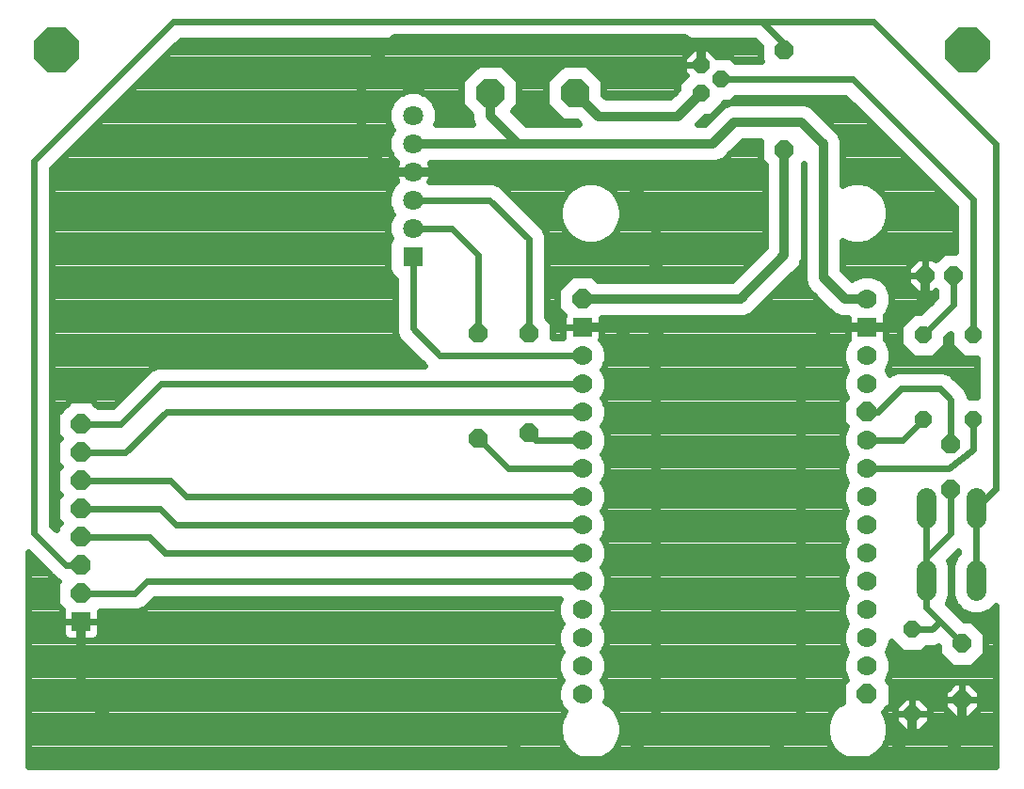
<source format=gbr>
G75*
%MOIN*%
%OFA0B0*%
%FSLAX25Y25*%
%IPPOS*%
%LPD*%
%AMOC8*
5,1,8,0,0,1.08239X$1,22.5*
%
%ADD10OC8,0.10000*%
%ADD11OC8,0.07000*%
%ADD12R,0.07000X0.07000*%
%ADD13OC8,0.06350*%
%ADD14C,0.07000*%
%ADD15C,0.07087*%
%ADD16R,0.07087X0.07087*%
%ADD17OC8,0.05906*%
%ADD18C,0.07150*%
%ADD19C,0.03200*%
%ADD20OC8,0.06600*%
%ADD21C,0.02400*%
%ADD22OC8,0.15748*%
D10*
X0193894Y0278991D03*
X0223894Y0278991D03*
D11*
X0226453Y0205927D03*
X0327241Y0165927D03*
X0327241Y0065927D03*
X0048934Y0101531D03*
X0048934Y0111531D03*
X0048934Y0121531D03*
X0048934Y0131531D03*
X0048934Y0141531D03*
X0048934Y0151531D03*
X0048934Y0161531D03*
D12*
X0048934Y0091531D03*
X0226453Y0195927D03*
X0327241Y0195927D03*
D13*
X0347910Y0214346D03*
X0357910Y0214346D03*
X0361020Y0083794D03*
X0361020Y0063794D03*
D14*
X0327241Y0075927D03*
X0327241Y0085927D03*
X0327241Y0095927D03*
X0327241Y0105927D03*
X0327241Y0115927D03*
X0327241Y0125927D03*
X0327241Y0135927D03*
X0327241Y0145927D03*
X0327241Y0155927D03*
X0327241Y0175927D03*
X0327241Y0185927D03*
X0327241Y0205927D03*
X0226453Y0185927D03*
X0226453Y0175927D03*
X0226453Y0165927D03*
X0226453Y0155927D03*
X0226453Y0145927D03*
X0226453Y0135927D03*
X0226453Y0125927D03*
X0226453Y0115927D03*
X0226453Y0105927D03*
X0226453Y0095927D03*
X0226453Y0085927D03*
X0226453Y0075927D03*
X0226453Y0065927D03*
D15*
X0166512Y0231078D03*
X0166512Y0241078D03*
X0166512Y0251078D03*
X0166512Y0261078D03*
X0166512Y0271078D03*
D16*
X0166512Y0221078D03*
D17*
X0268501Y0278794D03*
X0275607Y0283794D03*
X0268501Y0288794D03*
X0347241Y0193125D03*
X0364957Y0193125D03*
X0364957Y0163125D03*
X0347241Y0163125D03*
X0343304Y0088794D03*
X0343304Y0058794D03*
D18*
X0348183Y0102695D02*
X0348183Y0109845D01*
X0365983Y0109845D02*
X0365983Y0102695D01*
X0365983Y0128295D02*
X0365983Y0135445D01*
X0348183Y0135445D02*
X0348183Y0128295D01*
D19*
X0303934Y0185999D02*
X0303934Y0056078D01*
X0290154Y0042298D01*
X0240942Y0042298D01*
X0252753Y0054109D01*
X0252753Y0182062D01*
X0238888Y0195927D01*
X0226453Y0195927D01*
X0226453Y0205927D02*
X0282523Y0205927D01*
X0298028Y0221432D01*
X0298028Y0258834D01*
X0303934Y0268676D02*
X0311808Y0260802D01*
X0311808Y0213558D01*
X0319439Y0205927D01*
X0327241Y0205927D01*
X0327241Y0195927D02*
X0327326Y0195842D01*
X0313776Y0195842D01*
X0313691Y0195927D01*
X0313776Y0195842D02*
X0303934Y0185999D01*
X0327326Y0195842D02*
X0337398Y0195842D01*
X0347910Y0206353D01*
X0347910Y0214346D01*
X0303934Y0268676D02*
X0280312Y0268676D01*
X0272713Y0261078D01*
X0203658Y0261078D01*
X0193894Y0270842D01*
X0193894Y0278991D01*
X0203658Y0261078D02*
X0166512Y0261078D01*
X0166512Y0251078D02*
X0158146Y0251078D01*
X0148422Y0260802D01*
X0148422Y0286393D01*
X0160233Y0298204D01*
X0262595Y0298204D01*
X0268501Y0294267D01*
X0268501Y0288794D01*
X0268501Y0278794D02*
X0260351Y0270645D01*
X0232241Y0270645D01*
X0223894Y0278991D01*
X0238855Y0251078D02*
X0252753Y0237180D01*
X0252753Y0215527D01*
X0252753Y0195927D02*
X0252753Y0182062D01*
X0238855Y0251078D02*
X0166512Y0251078D01*
X0048934Y0091531D02*
X0048934Y0066983D01*
X0059839Y0056078D01*
X0193698Y0056078D01*
X0207477Y0042298D01*
X0240942Y0042298D01*
X0290154Y0042298D02*
X0333461Y0042298D01*
X0343304Y0052141D01*
X0343304Y0058794D01*
X0361020Y0063794D02*
X0361020Y0050172D01*
X0353146Y0042298D01*
X0333461Y0042298D01*
D20*
X0357083Y0138755D03*
X0357083Y0154503D03*
X0252753Y0195927D03*
X0252753Y0215527D03*
X0207477Y0193873D03*
X0189760Y0193873D03*
X0207477Y0158440D03*
X0189760Y0156472D03*
X0298028Y0258834D03*
X0298028Y0294267D03*
D21*
X0030106Y0116130D02*
X0030106Y0040124D01*
X0373037Y0040124D01*
X0373037Y0097339D01*
X0370954Y0095256D01*
X0367729Y0093920D01*
X0364238Y0093920D01*
X0361013Y0095256D01*
X0358544Y0097725D01*
X0357209Y0100950D01*
X0357209Y0111590D01*
X0358544Y0114815D01*
X0359583Y0115854D01*
X0359583Y0116456D01*
X0356302Y0113175D01*
X0356958Y0111590D01*
X0356958Y0100950D01*
X0355774Y0098091D01*
X0356850Y0097015D01*
X0358651Y0095215D01*
X0361697Y0092169D01*
X0364489Y0092169D01*
X0369395Y0087263D01*
X0369395Y0080325D01*
X0364489Y0075420D01*
X0357551Y0075420D01*
X0352646Y0080325D01*
X0352646Y0082785D01*
X0351703Y0082394D01*
X0348434Y0082394D01*
X0346681Y0080642D01*
X0339927Y0080642D01*
X0335941Y0084628D01*
X0335941Y0084196D01*
X0334616Y0080998D01*
X0334544Y0080927D01*
X0334616Y0080855D01*
X0335941Y0077657D01*
X0335941Y0074196D01*
X0334616Y0070998D01*
X0334544Y0070927D01*
X0335941Y0069530D01*
X0335941Y0062323D01*
X0333153Y0059535D01*
X0334243Y0057648D01*
X0335000Y0054823D01*
X0335000Y0051899D01*
X0334243Y0049075D01*
X0332781Y0046542D01*
X0330713Y0044475D01*
X0328181Y0043013D01*
X0325356Y0042256D01*
X0322432Y0042256D01*
X0319608Y0043013D01*
X0317075Y0044475D01*
X0315008Y0046542D01*
X0313546Y0049075D01*
X0312789Y0051899D01*
X0312789Y0054823D01*
X0313546Y0057648D01*
X0315008Y0060180D01*
X0317075Y0062248D01*
X0318541Y0063094D01*
X0318541Y0069530D01*
X0319937Y0070927D01*
X0319865Y0070998D01*
X0318541Y0074196D01*
X0318541Y0077657D01*
X0319865Y0080855D01*
X0319937Y0080927D01*
X0319865Y0080998D01*
X0318541Y0084196D01*
X0318541Y0087657D01*
X0319865Y0090855D01*
X0319937Y0090927D01*
X0319865Y0090998D01*
X0318541Y0094196D01*
X0318541Y0097657D01*
X0319865Y0100855D01*
X0319937Y0100927D01*
X0319865Y0100998D01*
X0318541Y0104196D01*
X0318541Y0107657D01*
X0319865Y0110855D01*
X0319937Y0110927D01*
X0319865Y0110998D01*
X0318541Y0114196D01*
X0318541Y0117657D01*
X0319865Y0120855D01*
X0319937Y0120927D01*
X0319865Y0120998D01*
X0318541Y0124196D01*
X0318541Y0127657D01*
X0319865Y0130855D01*
X0319937Y0130927D01*
X0319865Y0130998D01*
X0318541Y0134196D01*
X0318541Y0137657D01*
X0319865Y0140855D01*
X0319937Y0140927D01*
X0319865Y0140998D01*
X0318541Y0144196D01*
X0318541Y0147657D01*
X0319865Y0150855D01*
X0319937Y0150927D01*
X0319865Y0150998D01*
X0318541Y0154196D01*
X0318541Y0157657D01*
X0319865Y0160855D01*
X0319937Y0160927D01*
X0318541Y0162323D01*
X0318541Y0169530D01*
X0319937Y0170927D01*
X0319865Y0170998D01*
X0318541Y0174196D01*
X0318541Y0177657D01*
X0319865Y0180855D01*
X0319937Y0180927D01*
X0319865Y0180998D01*
X0318541Y0184196D01*
X0318541Y0187657D01*
X0319865Y0190855D01*
X0320637Y0191627D01*
X0320541Y0192111D01*
X0320541Y0195927D01*
X0327241Y0195927D01*
X0333941Y0195927D01*
X0333941Y0199742D01*
X0333844Y0200227D01*
X0334616Y0200998D01*
X0335941Y0204196D01*
X0335941Y0207657D01*
X0334616Y0210855D01*
X0332169Y0213302D01*
X0328971Y0214627D01*
X0325510Y0214627D01*
X0322313Y0213302D01*
X0321997Y0212986D01*
X0318608Y0216375D01*
X0318608Y0226661D01*
X0319608Y0226083D01*
X0322432Y0225327D01*
X0325356Y0225327D01*
X0328181Y0226083D01*
X0330713Y0227546D01*
X0332781Y0229613D01*
X0334243Y0232146D01*
X0335000Y0234970D01*
X0335000Y0237894D01*
X0334243Y0240719D01*
X0332781Y0243251D01*
X0330713Y0245319D01*
X0328181Y0246781D01*
X0325356Y0247538D01*
X0322432Y0247538D01*
X0319608Y0246781D01*
X0318608Y0246203D01*
X0318608Y0262155D01*
X0317572Y0264654D01*
X0315660Y0266567D01*
X0315660Y0266567D01*
X0309698Y0272528D01*
X0307786Y0274441D01*
X0305286Y0275476D01*
X0278959Y0275476D01*
X0276460Y0274441D01*
X0274547Y0272528D01*
X0269897Y0267878D01*
X0267201Y0267878D01*
X0269965Y0270642D01*
X0271878Y0270642D01*
X0276653Y0275417D01*
X0276653Y0275642D01*
X0278984Y0275642D01*
X0280737Y0277394D01*
X0319629Y0277394D01*
X0358557Y0238466D01*
X0358557Y0222720D01*
X0354441Y0222720D01*
X0351496Y0219775D01*
X0350551Y0220720D01*
X0347910Y0220720D01*
X0345270Y0220720D01*
X0341535Y0216986D01*
X0341535Y0214346D01*
X0347910Y0214346D01*
X0347910Y0220720D01*
X0347910Y0214346D01*
X0347910Y0214346D01*
X0347910Y0214345D01*
X0347910Y0214345D01*
X0347910Y0207971D01*
X0345270Y0207971D01*
X0341535Y0211705D01*
X0341535Y0214345D01*
X0347910Y0214345D01*
X0347910Y0207971D01*
X0350551Y0207971D01*
X0351496Y0208916D01*
X0351510Y0208902D01*
X0351510Y0206445D01*
X0346343Y0201278D01*
X0343864Y0201278D01*
X0339088Y0196502D01*
X0339088Y0189748D01*
X0343864Y0184972D01*
X0350618Y0184972D01*
X0355394Y0189748D01*
X0355394Y0192227D01*
X0356805Y0193638D01*
X0356805Y0189748D01*
X0361580Y0184972D01*
X0366431Y0184972D01*
X0366431Y0171278D01*
X0363483Y0171278D01*
X0363483Y0171524D01*
X0362509Y0173876D01*
X0358572Y0177813D01*
X0356772Y0179614D01*
X0354419Y0180588D01*
X0338094Y0180588D01*
X0335741Y0179614D01*
X0335309Y0179182D01*
X0334616Y0180855D01*
X0334544Y0180927D01*
X0334616Y0180998D01*
X0335941Y0184196D01*
X0335941Y0187657D01*
X0334616Y0190855D01*
X0333844Y0191627D01*
X0333941Y0192111D01*
X0333941Y0195927D01*
X0327241Y0195927D01*
X0327241Y0195927D01*
X0327241Y0195927D01*
X0320541Y0195927D01*
X0320541Y0199127D01*
X0318087Y0199127D01*
X0315587Y0200162D01*
X0313674Y0202075D01*
X0313674Y0202075D01*
X0306043Y0209706D01*
X0305008Y0212206D01*
X0305008Y0253792D01*
X0304828Y0253613D01*
X0304828Y0220080D01*
X0303793Y0217580D01*
X0301880Y0215667D01*
X0286375Y0200162D01*
X0283875Y0199127D01*
X0233153Y0199127D01*
X0233153Y0195927D01*
X0226454Y0195927D01*
X0226454Y0195927D01*
X0233153Y0195927D01*
X0233153Y0192111D01*
X0233057Y0191627D01*
X0233829Y0190855D01*
X0235153Y0187657D01*
X0235153Y0184196D01*
X0233829Y0180998D01*
X0233757Y0180927D01*
X0233829Y0180855D01*
X0235153Y0177657D01*
X0235153Y0174196D01*
X0233829Y0170998D01*
X0233757Y0170927D01*
X0233829Y0170855D01*
X0235153Y0167657D01*
X0235153Y0164196D01*
X0233829Y0160998D01*
X0233757Y0160927D01*
X0233829Y0160855D01*
X0235153Y0157657D01*
X0235153Y0154196D01*
X0233829Y0150998D01*
X0233757Y0150927D01*
X0233829Y0150855D01*
X0235153Y0147657D01*
X0235153Y0144196D01*
X0233829Y0140998D01*
X0233757Y0140927D01*
X0233829Y0140855D01*
X0235153Y0137657D01*
X0235153Y0134196D01*
X0233829Y0130998D01*
X0233757Y0130927D01*
X0233829Y0130855D01*
X0235153Y0127657D01*
X0235153Y0124196D01*
X0233829Y0120998D01*
X0233757Y0120927D01*
X0233829Y0120855D01*
X0235153Y0117657D01*
X0235153Y0114196D01*
X0233829Y0110998D01*
X0233757Y0110927D01*
X0233829Y0110855D01*
X0235153Y0107657D01*
X0235153Y0104196D01*
X0233829Y0100998D01*
X0233757Y0100927D01*
X0233829Y0100855D01*
X0235153Y0097657D01*
X0235153Y0094196D01*
X0233829Y0090998D01*
X0233757Y0090927D01*
X0233829Y0090855D01*
X0235153Y0087657D01*
X0235153Y0084196D01*
X0233829Y0080998D01*
X0233757Y0080927D01*
X0233829Y0080855D01*
X0235153Y0077657D01*
X0235153Y0074196D01*
X0233829Y0070998D01*
X0233757Y0070927D01*
X0233829Y0070855D01*
X0235153Y0067657D01*
X0235153Y0064196D01*
X0234709Y0063123D01*
X0236225Y0062248D01*
X0238293Y0060180D01*
X0239755Y0057648D01*
X0240512Y0054823D01*
X0240512Y0051899D01*
X0239755Y0049075D01*
X0238293Y0046542D01*
X0236225Y0044475D01*
X0233693Y0043013D01*
X0230868Y0042256D01*
X0227944Y0042256D01*
X0225120Y0043013D01*
X0222587Y0044475D01*
X0220520Y0046542D01*
X0219057Y0049075D01*
X0218301Y0051899D01*
X0218301Y0054823D01*
X0219057Y0057648D01*
X0220291Y0059785D01*
X0219078Y0060998D01*
X0217753Y0064196D01*
X0217753Y0067657D01*
X0219078Y0070855D01*
X0219150Y0070927D01*
X0219078Y0070998D01*
X0217753Y0074196D01*
X0217753Y0077657D01*
X0219078Y0080855D01*
X0219150Y0080927D01*
X0219078Y0080998D01*
X0217753Y0084196D01*
X0217753Y0087657D01*
X0219078Y0090855D01*
X0219150Y0090927D01*
X0219078Y0090998D01*
X0217753Y0094196D01*
X0217753Y0097657D01*
X0218528Y0099527D01*
X0074937Y0099527D01*
X0073316Y0097905D01*
X0071516Y0096105D01*
X0069163Y0095131D01*
X0055634Y0095131D01*
X0055634Y0091531D01*
X0048934Y0091531D01*
X0048934Y0091530D01*
X0048934Y0084831D01*
X0052749Y0084831D01*
X0053367Y0084954D01*
X0053949Y0085195D01*
X0054474Y0085545D01*
X0054919Y0085991D01*
X0055270Y0086515D01*
X0055511Y0087097D01*
X0055634Y0087715D01*
X0055634Y0091530D01*
X0048934Y0091530D01*
X0048934Y0091530D01*
X0048934Y0084831D01*
X0045119Y0084831D01*
X0044500Y0084954D01*
X0043918Y0085195D01*
X0043394Y0085545D01*
X0042948Y0085991D01*
X0042598Y0086515D01*
X0042357Y0087097D01*
X0042234Y0087715D01*
X0042234Y0091530D01*
X0048934Y0091530D01*
X0048934Y0091531D01*
X0042234Y0091531D01*
X0042234Y0095346D01*
X0042330Y0095830D01*
X0040234Y0097927D01*
X0040234Y0105134D01*
X0040890Y0105791D01*
X0040131Y0106105D01*
X0038331Y0107905D01*
X0030106Y0116130D01*
X0030106Y0115974D02*
X0030262Y0115974D01*
X0030106Y0113575D02*
X0032661Y0113575D01*
X0035060Y0111177D02*
X0030106Y0111177D01*
X0030106Y0108778D02*
X0037458Y0108778D01*
X0039857Y0106380D02*
X0030106Y0106380D01*
X0030106Y0103981D02*
X0040234Y0103981D01*
X0040234Y0101583D02*
X0030106Y0101583D01*
X0030106Y0099184D02*
X0040234Y0099184D01*
X0041375Y0096786D02*
X0030106Y0096786D01*
X0030106Y0094387D02*
X0042234Y0094387D01*
X0042234Y0091989D02*
X0030106Y0091989D01*
X0030106Y0089590D02*
X0042234Y0089590D01*
X0042338Y0087192D02*
X0030106Y0087192D01*
X0030106Y0084793D02*
X0217753Y0084793D01*
X0217753Y0087192D02*
X0055530Y0087192D01*
X0055634Y0089590D02*
X0218554Y0089590D01*
X0218668Y0091989D02*
X0055634Y0091989D01*
X0055634Y0094387D02*
X0217753Y0094387D01*
X0217753Y0096786D02*
X0072196Y0096786D01*
X0074595Y0099184D02*
X0218386Y0099184D01*
X0226453Y0105927D02*
X0072286Y0105927D01*
X0067890Y0101531D01*
X0048934Y0101531D01*
X0048934Y0111531D02*
X0043757Y0111531D01*
X0032280Y0123007D01*
X0032280Y0254897D01*
X0081493Y0304109D01*
X0290154Y0304109D01*
X0298028Y0296235D01*
X0298028Y0294267D01*
X0289528Y0293463D02*
X0272533Y0293463D01*
X0271049Y0294947D02*
X0268501Y0294947D01*
X0268501Y0288794D01*
X0262348Y0288794D01*
X0262348Y0286246D01*
X0263385Y0285209D01*
X0260348Y0282171D01*
X0260348Y0280258D01*
X0257534Y0277445D01*
X0235057Y0277445D01*
X0234094Y0278408D01*
X0234094Y0283216D01*
X0228119Y0289191D01*
X0219669Y0289191D01*
X0213694Y0283216D01*
X0213694Y0274766D01*
X0219669Y0268791D01*
X0224478Y0268791D01*
X0225391Y0267878D01*
X0206475Y0267878D01*
X0201840Y0272512D01*
X0204094Y0274766D01*
X0204094Y0283216D01*
X0198119Y0289191D01*
X0189669Y0289191D01*
X0183694Y0283216D01*
X0183694Y0274766D01*
X0187094Y0271366D01*
X0187094Y0269489D01*
X0187762Y0267878D01*
X0174651Y0267878D01*
X0175256Y0269339D01*
X0175256Y0272817D01*
X0173925Y0276030D01*
X0171465Y0278490D01*
X0168252Y0279821D01*
X0164773Y0279821D01*
X0161560Y0278490D01*
X0159100Y0276030D01*
X0157769Y0272817D01*
X0157769Y0269339D01*
X0159100Y0266125D01*
X0159148Y0266078D01*
X0159100Y0266030D01*
X0157769Y0262817D01*
X0157769Y0259339D01*
X0159100Y0256125D01*
X0160710Y0254515D01*
X0160452Y0254067D01*
X0160113Y0253250D01*
X0159885Y0252396D01*
X0159769Y0251520D01*
X0159769Y0251078D01*
X0166512Y0251078D01*
X0166512Y0251078D01*
X0159769Y0251078D01*
X0159769Y0250636D01*
X0159885Y0249759D01*
X0160113Y0248906D01*
X0160452Y0248089D01*
X0160710Y0247641D01*
X0159100Y0246030D01*
X0157769Y0242817D01*
X0157769Y0239339D01*
X0159100Y0236125D01*
X0159148Y0236078D01*
X0159100Y0236030D01*
X0157769Y0232817D01*
X0157769Y0229339D01*
X0158532Y0227497D01*
X0157769Y0225655D01*
X0157769Y0216500D01*
X0158561Y0214589D01*
X0160024Y0213126D01*
X0160112Y0213089D01*
X0160112Y0194195D01*
X0161087Y0191842D01*
X0162887Y0190042D01*
X0170602Y0182327D01*
X0076053Y0182327D01*
X0073701Y0181352D01*
X0060279Y0167931D01*
X0054837Y0167931D01*
X0052537Y0170231D01*
X0045330Y0170231D01*
X0040234Y0165134D01*
X0040234Y0157927D01*
X0041630Y0156531D01*
X0040234Y0155134D01*
X0040234Y0147927D01*
X0041630Y0146531D01*
X0040234Y0145134D01*
X0040234Y0137927D01*
X0041630Y0136531D01*
X0040234Y0135134D01*
X0040234Y0127927D01*
X0041630Y0126531D01*
X0040234Y0125134D01*
X0040234Y0124104D01*
X0038680Y0125658D01*
X0038680Y0252246D01*
X0084144Y0297709D01*
X0287503Y0297709D01*
X0289528Y0295684D01*
X0289528Y0290746D01*
X0290080Y0290194D01*
X0280737Y0290194D01*
X0278984Y0291947D01*
X0274049Y0291947D01*
X0271049Y0294947D01*
X0268501Y0294947D02*
X0265952Y0294947D01*
X0262348Y0291343D01*
X0262348Y0288794D01*
X0268501Y0288794D01*
X0268501Y0288794D01*
X0268501Y0288794D01*
X0268501Y0294947D01*
X0268501Y0293463D02*
X0268501Y0293463D01*
X0268501Y0291065D02*
X0268501Y0291065D01*
X0264468Y0293463D02*
X0079898Y0293463D01*
X0077499Y0291065D02*
X0262348Y0291065D01*
X0262348Y0288666D02*
X0228644Y0288666D01*
X0231043Y0286268D02*
X0262348Y0286268D01*
X0262046Y0283869D02*
X0233441Y0283869D01*
X0234094Y0281471D02*
X0260348Y0281471D01*
X0259162Y0279072D02*
X0234094Y0279072D01*
X0219145Y0288666D02*
X0198644Y0288666D01*
X0201043Y0286268D02*
X0216746Y0286268D01*
X0214348Y0283869D02*
X0203441Y0283869D01*
X0204094Y0281471D02*
X0213694Y0281471D01*
X0213694Y0279072D02*
X0204094Y0279072D01*
X0204094Y0276674D02*
X0213694Y0276674D01*
X0214185Y0274275D02*
X0203604Y0274275D01*
X0202476Y0271877D02*
X0216584Y0271877D01*
X0218982Y0269478D02*
X0204874Y0269478D01*
X0187099Y0269478D02*
X0175256Y0269478D01*
X0175256Y0271877D02*
X0186584Y0271877D01*
X0184185Y0274275D02*
X0174652Y0274275D01*
X0173281Y0276674D02*
X0183694Y0276674D01*
X0183694Y0279072D02*
X0170059Y0279072D01*
X0162966Y0279072D02*
X0065507Y0279072D01*
X0063108Y0276674D02*
X0159744Y0276674D01*
X0158373Y0274275D02*
X0060710Y0274275D01*
X0058311Y0271877D02*
X0157769Y0271877D01*
X0157769Y0269478D02*
X0055913Y0269478D01*
X0053514Y0267080D02*
X0158705Y0267080D01*
X0158541Y0264681D02*
X0051116Y0264681D01*
X0048717Y0262283D02*
X0157769Y0262283D01*
X0157769Y0259884D02*
X0046319Y0259884D01*
X0043920Y0257486D02*
X0158537Y0257486D01*
X0160138Y0255087D02*
X0041522Y0255087D01*
X0039123Y0252689D02*
X0159963Y0252689D01*
X0159815Y0250290D02*
X0038680Y0250290D01*
X0038680Y0247892D02*
X0160565Y0247892D01*
X0158878Y0245493D02*
X0038680Y0245493D01*
X0038680Y0243095D02*
X0157884Y0243095D01*
X0157769Y0240696D02*
X0038680Y0240696D01*
X0038680Y0238298D02*
X0158200Y0238298D01*
X0159046Y0235899D02*
X0038680Y0235899D01*
X0038680Y0233501D02*
X0158052Y0233501D01*
X0157769Y0231102D02*
X0038680Y0231102D01*
X0038680Y0228704D02*
X0158032Y0228704D01*
X0158038Y0226305D02*
X0038680Y0226305D01*
X0038680Y0223907D02*
X0157769Y0223907D01*
X0157769Y0221508D02*
X0038680Y0221508D01*
X0038680Y0219110D02*
X0157769Y0219110D01*
X0157769Y0216711D02*
X0038680Y0216711D01*
X0038680Y0214313D02*
X0158837Y0214313D01*
X0160112Y0211914D02*
X0038680Y0211914D01*
X0038680Y0209516D02*
X0160112Y0209516D01*
X0160112Y0207117D02*
X0038680Y0207117D01*
X0038680Y0204719D02*
X0160112Y0204719D01*
X0160112Y0202320D02*
X0038680Y0202320D01*
X0038680Y0199922D02*
X0160112Y0199922D01*
X0160112Y0197523D02*
X0038680Y0197523D01*
X0038680Y0195125D02*
X0160112Y0195125D01*
X0160721Y0192726D02*
X0038680Y0192726D01*
X0038680Y0190328D02*
X0162602Y0190328D01*
X0165000Y0187929D02*
X0038680Y0187929D01*
X0038680Y0185530D02*
X0167399Y0185530D01*
X0169797Y0183132D02*
X0038680Y0183132D01*
X0038680Y0180733D02*
X0073082Y0180733D01*
X0070683Y0178335D02*
X0038680Y0178335D01*
X0038680Y0175936D02*
X0068285Y0175936D01*
X0065886Y0173538D02*
X0038680Y0173538D01*
X0038680Y0171139D02*
X0063488Y0171139D01*
X0061089Y0168741D02*
X0054027Y0168741D01*
X0048934Y0161531D02*
X0062930Y0161531D01*
X0077326Y0175927D01*
X0226453Y0175927D01*
X0233887Y0171139D02*
X0319807Y0171139D01*
X0318813Y0173538D02*
X0234881Y0173538D01*
X0235153Y0175936D02*
X0318541Y0175936D01*
X0318822Y0178335D02*
X0234873Y0178335D01*
X0233879Y0180733D02*
X0319815Y0180733D01*
X0318982Y0183132D02*
X0234713Y0183132D01*
X0235153Y0185530D02*
X0318541Y0185530D01*
X0318653Y0187929D02*
X0235041Y0187929D01*
X0234047Y0190328D02*
X0319647Y0190328D01*
X0320541Y0192726D02*
X0233153Y0192726D01*
X0233153Y0195125D02*
X0320541Y0195125D01*
X0320541Y0197523D02*
X0233153Y0197523D01*
X0226453Y0195927D02*
X0226453Y0195927D01*
X0219753Y0195927D01*
X0219753Y0199742D01*
X0219850Y0200227D01*
X0217753Y0202323D01*
X0217753Y0209530D01*
X0222850Y0214627D01*
X0230057Y0214627D01*
X0231957Y0212727D01*
X0279706Y0212727D01*
X0291228Y0224249D01*
X0291228Y0253613D01*
X0289528Y0255313D01*
X0289528Y0261876D01*
X0283128Y0261876D01*
X0276565Y0255313D01*
X0274066Y0254278D01*
X0172451Y0254278D01*
X0172573Y0254067D01*
X0172912Y0253250D01*
X0173140Y0252396D01*
X0173256Y0251520D01*
X0173256Y0251078D01*
X0166513Y0251078D01*
X0166513Y0251078D01*
X0173256Y0251078D01*
X0173256Y0250636D01*
X0173140Y0249759D01*
X0172912Y0248906D01*
X0172573Y0248089D01*
X0172315Y0247641D01*
X0172477Y0247478D01*
X0195010Y0247478D01*
X0197362Y0246503D01*
X0199163Y0244703D01*
X0212903Y0230963D01*
X0213877Y0228611D01*
X0213877Y0199494D01*
X0215977Y0197394D01*
X0215977Y0192327D01*
X0219753Y0192327D01*
X0219753Y0195927D01*
X0226453Y0195927D01*
X0219753Y0195125D02*
X0215977Y0195125D01*
X0215977Y0192726D02*
X0219753Y0192726D01*
X0219753Y0197523D02*
X0215848Y0197523D01*
X0213877Y0199922D02*
X0219789Y0199922D01*
X0217756Y0202320D02*
X0213877Y0202320D01*
X0213877Y0204719D02*
X0217753Y0204719D01*
X0217753Y0207117D02*
X0213877Y0207117D01*
X0213877Y0209516D02*
X0217753Y0209516D01*
X0220137Y0211914D02*
X0213877Y0211914D01*
X0213877Y0214313D02*
X0222536Y0214313D01*
X0230371Y0214313D02*
X0281292Y0214313D01*
X0283691Y0216711D02*
X0213877Y0216711D01*
X0213877Y0219110D02*
X0286089Y0219110D01*
X0288488Y0221508D02*
X0213877Y0221508D01*
X0213877Y0223907D02*
X0290886Y0223907D01*
X0291228Y0226305D02*
X0234077Y0226305D01*
X0233693Y0226083D02*
X0236225Y0227546D01*
X0238293Y0229613D01*
X0239755Y0232146D01*
X0240512Y0234970D01*
X0240512Y0237894D01*
X0239755Y0240719D01*
X0238293Y0243251D01*
X0236225Y0245319D01*
X0233693Y0246781D01*
X0230868Y0247538D01*
X0227944Y0247538D01*
X0225120Y0246781D01*
X0222587Y0245319D01*
X0220520Y0243251D01*
X0219057Y0240719D01*
X0218301Y0237894D01*
X0218301Y0234970D01*
X0219057Y0232146D01*
X0220520Y0229613D01*
X0222587Y0227546D01*
X0225120Y0226083D01*
X0227944Y0225327D01*
X0230868Y0225327D01*
X0233693Y0226083D01*
X0237383Y0228704D02*
X0291228Y0228704D01*
X0291228Y0231102D02*
X0239152Y0231102D01*
X0240118Y0233501D02*
X0291228Y0233501D01*
X0291228Y0235899D02*
X0240512Y0235899D01*
X0240404Y0238298D02*
X0291228Y0238298D01*
X0291228Y0240696D02*
X0239761Y0240696D01*
X0238383Y0243095D02*
X0291228Y0243095D01*
X0291228Y0245493D02*
X0235923Y0245493D01*
X0222889Y0245493D02*
X0198372Y0245493D01*
X0200771Y0243095D02*
X0220429Y0243095D01*
X0219051Y0240696D02*
X0203169Y0240696D01*
X0205568Y0238298D02*
X0218409Y0238298D01*
X0218301Y0235899D02*
X0207966Y0235899D01*
X0210365Y0233501D02*
X0218694Y0233501D01*
X0219660Y0231102D02*
X0212763Y0231102D01*
X0213838Y0228704D02*
X0221429Y0228704D01*
X0224736Y0226305D02*
X0213877Y0226305D01*
X0207477Y0227338D02*
X0193737Y0241078D01*
X0166512Y0241078D01*
X0172459Y0247892D02*
X0291228Y0247892D01*
X0291228Y0250290D02*
X0173210Y0250290D01*
X0173062Y0252689D02*
X0291228Y0252689D01*
X0289754Y0255087D02*
X0276020Y0255087D01*
X0278738Y0257486D02*
X0289528Y0257486D01*
X0289528Y0259884D02*
X0281136Y0259884D01*
X0271497Y0269478D02*
X0268801Y0269478D01*
X0273113Y0271877D02*
X0273896Y0271877D01*
X0275511Y0274275D02*
X0276294Y0274275D01*
X0280016Y0276674D02*
X0320350Y0276674D01*
X0322748Y0274275D02*
X0307951Y0274275D01*
X0309698Y0272528D02*
X0309698Y0272528D01*
X0310350Y0271877D02*
X0325147Y0271877D01*
X0327545Y0269478D02*
X0312748Y0269478D01*
X0315147Y0267080D02*
X0329944Y0267080D01*
X0332342Y0264681D02*
X0317545Y0264681D01*
X0318555Y0262283D02*
X0334741Y0262283D01*
X0337139Y0259884D02*
X0318608Y0259884D01*
X0318608Y0257486D02*
X0339538Y0257486D01*
X0341936Y0255087D02*
X0318608Y0255087D01*
X0318608Y0252689D02*
X0344335Y0252689D01*
X0346733Y0250290D02*
X0318608Y0250290D01*
X0318608Y0247892D02*
X0349132Y0247892D01*
X0351530Y0245493D02*
X0330411Y0245493D01*
X0332871Y0243095D02*
X0353929Y0243095D01*
X0356327Y0240696D02*
X0334249Y0240696D01*
X0334892Y0238298D02*
X0358557Y0238298D01*
X0358557Y0235899D02*
X0335000Y0235899D01*
X0334606Y0233501D02*
X0358557Y0233501D01*
X0358557Y0231102D02*
X0333641Y0231102D01*
X0331871Y0228704D02*
X0358557Y0228704D01*
X0358557Y0226305D02*
X0328565Y0226305D01*
X0319224Y0226305D02*
X0318608Y0226305D01*
X0318608Y0223907D02*
X0358557Y0223907D01*
X0353229Y0221508D02*
X0318608Y0221508D01*
X0318608Y0219110D02*
X0343659Y0219110D01*
X0341535Y0216711D02*
X0318608Y0216711D01*
X0320670Y0214313D02*
X0324752Y0214313D01*
X0329729Y0214313D02*
X0341535Y0214313D01*
X0341535Y0211914D02*
X0333557Y0211914D01*
X0335171Y0209516D02*
X0343725Y0209516D01*
X0347910Y0209516D02*
X0347910Y0209516D01*
X0347910Y0211914D02*
X0347910Y0211914D01*
X0347910Y0214313D02*
X0347910Y0214313D01*
X0347910Y0216711D02*
X0347910Y0216711D01*
X0347910Y0219110D02*
X0347910Y0219110D01*
X0357910Y0214346D02*
X0357910Y0203794D01*
X0347241Y0193125D01*
X0339088Y0192726D02*
X0333941Y0192726D01*
X0333941Y0195125D02*
X0339088Y0195125D01*
X0340109Y0197523D02*
X0333941Y0197523D01*
X0333905Y0199922D02*
X0342508Y0199922D01*
X0347385Y0202320D02*
X0335164Y0202320D01*
X0335941Y0204719D02*
X0349783Y0204719D01*
X0351510Y0207117D02*
X0335941Y0207117D01*
X0334835Y0190328D02*
X0339088Y0190328D01*
X0340907Y0187929D02*
X0335828Y0187929D01*
X0335941Y0185530D02*
X0343306Y0185530D01*
X0351176Y0185530D02*
X0361022Y0185530D01*
X0358624Y0187929D02*
X0353574Y0187929D01*
X0355394Y0190328D02*
X0356805Y0190328D01*
X0356805Y0192726D02*
X0355893Y0192726D01*
X0364957Y0193125D02*
X0364957Y0241117D01*
X0322280Y0283794D01*
X0275607Y0283794D01*
X0279866Y0291065D02*
X0289528Y0291065D01*
X0289351Y0295862D02*
X0082296Y0295862D01*
X0075101Y0288666D02*
X0189145Y0288666D01*
X0186746Y0286268D02*
X0072702Y0286268D01*
X0070304Y0283869D02*
X0184348Y0283869D01*
X0183694Y0281471D02*
X0067905Y0281471D01*
X0166512Y0231078D02*
X0180115Y0231078D01*
X0189760Y0221432D01*
X0189760Y0193873D01*
X0176053Y0185927D02*
X0166512Y0195468D01*
X0166512Y0221078D01*
X0207477Y0227338D02*
X0207477Y0193873D01*
X0226453Y0185927D02*
X0176053Y0185927D01*
X0207477Y0158440D02*
X0209990Y0155927D01*
X0226453Y0155927D01*
X0234536Y0159147D02*
X0319158Y0159147D01*
X0319318Y0161545D02*
X0234055Y0161545D01*
X0235049Y0163944D02*
X0318541Y0163944D01*
X0318541Y0166342D02*
X0235153Y0166342D01*
X0234705Y0168741D02*
X0318541Y0168741D01*
X0327241Y0165927D02*
X0331105Y0165927D01*
X0339367Y0174188D01*
X0353146Y0174188D01*
X0357083Y0170251D01*
X0357083Y0154503D01*
X0364957Y0152535D02*
X0356381Y0145927D01*
X0327241Y0145927D01*
X0319494Y0139959D02*
X0234200Y0139959D01*
X0234392Y0142357D02*
X0319302Y0142357D01*
X0318541Y0144756D02*
X0235153Y0144756D01*
X0235153Y0147154D02*
X0318541Y0147154D01*
X0319326Y0149553D02*
X0234368Y0149553D01*
X0234224Y0151951D02*
X0319471Y0151951D01*
X0318541Y0154350D02*
X0235153Y0154350D01*
X0235153Y0156748D02*
X0318541Y0156748D01*
X0327241Y0155927D02*
X0340042Y0155927D01*
X0347241Y0163125D01*
X0364957Y0163125D02*
X0364957Y0152535D01*
X0357083Y0138755D02*
X0357083Y0123007D01*
X0348183Y0114107D01*
X0348183Y0131870D01*
X0348183Y0114107D02*
X0348183Y0113164D01*
X0348183Y0106270D01*
X0348183Y0096631D01*
X0353225Y0091590D01*
X0350430Y0088794D01*
X0343304Y0088794D01*
X0338174Y0082395D02*
X0335195Y0082395D01*
X0334972Y0079996D02*
X0352975Y0079996D01*
X0352646Y0082395D02*
X0351703Y0082395D01*
X0355373Y0077597D02*
X0335941Y0077597D01*
X0335941Y0075199D02*
X0373037Y0075199D01*
X0373037Y0077597D02*
X0366667Y0077597D01*
X0369066Y0079996D02*
X0373037Y0079996D01*
X0373037Y0082395D02*
X0369395Y0082395D01*
X0369395Y0084793D02*
X0373037Y0084793D01*
X0373037Y0087192D02*
X0369395Y0087192D01*
X0367068Y0089590D02*
X0373037Y0089590D01*
X0373037Y0091989D02*
X0364670Y0091989D01*
X0363111Y0094387D02*
X0359479Y0094387D01*
X0359483Y0096786D02*
X0357080Y0096786D01*
X0356227Y0099184D02*
X0357940Y0099184D01*
X0357209Y0101583D02*
X0356958Y0101583D01*
X0356958Y0103981D02*
X0357209Y0103981D01*
X0357209Y0106380D02*
X0356958Y0106380D01*
X0356958Y0108778D02*
X0357209Y0108778D01*
X0357209Y0111177D02*
X0356958Y0111177D01*
X0356702Y0113575D02*
X0358031Y0113575D01*
X0359101Y0115974D02*
X0359583Y0115974D01*
X0365983Y0106270D02*
X0365983Y0131870D01*
X0372831Y0138718D01*
X0372831Y0260802D01*
X0329524Y0304109D01*
X0290154Y0304109D01*
X0304828Y0252689D02*
X0305008Y0252689D01*
X0305008Y0250290D02*
X0304828Y0250290D01*
X0304828Y0247892D02*
X0305008Y0247892D01*
X0305008Y0245493D02*
X0304828Y0245493D01*
X0304828Y0243095D02*
X0305008Y0243095D01*
X0305008Y0240696D02*
X0304828Y0240696D01*
X0304828Y0238298D02*
X0305008Y0238298D01*
X0305008Y0235899D02*
X0304828Y0235899D01*
X0304828Y0233501D02*
X0305008Y0233501D01*
X0305008Y0231102D02*
X0304828Y0231102D01*
X0304828Y0228704D02*
X0305008Y0228704D01*
X0305008Y0226305D02*
X0304828Y0226305D01*
X0304828Y0223907D02*
X0305008Y0223907D01*
X0305008Y0221508D02*
X0304828Y0221508D01*
X0305008Y0219110D02*
X0304426Y0219110D01*
X0305008Y0216711D02*
X0302924Y0216711D01*
X0305008Y0214313D02*
X0300525Y0214313D01*
X0298127Y0211914D02*
X0305128Y0211914D01*
X0306234Y0209516D02*
X0295728Y0209516D01*
X0293330Y0207117D02*
X0308632Y0207117D01*
X0311031Y0204719D02*
X0290931Y0204719D01*
X0288533Y0202320D02*
X0313429Y0202320D01*
X0316168Y0199922D02*
X0285794Y0199922D01*
X0334667Y0180733D02*
X0366431Y0180733D01*
X0366431Y0178335D02*
X0358050Y0178335D01*
X0360449Y0175936D02*
X0366431Y0175936D01*
X0366431Y0173538D02*
X0362649Y0173538D01*
X0366431Y0183132D02*
X0335500Y0183132D01*
X0318541Y0137560D02*
X0235153Y0137560D01*
X0235153Y0135162D02*
X0318541Y0135162D01*
X0319134Y0132763D02*
X0234560Y0132763D01*
X0234032Y0130365D02*
X0319662Y0130365D01*
X0318669Y0127966D02*
X0235025Y0127966D01*
X0235153Y0125568D02*
X0318541Y0125568D01*
X0318966Y0123169D02*
X0234728Y0123169D01*
X0233864Y0120771D02*
X0319830Y0120771D01*
X0318837Y0118372D02*
X0234857Y0118372D01*
X0235153Y0115974D02*
X0318541Y0115974D01*
X0318798Y0113575D02*
X0234896Y0113575D01*
X0233903Y0111177D02*
X0319791Y0111177D01*
X0319005Y0108778D02*
X0234689Y0108778D01*
X0235153Y0106380D02*
X0318541Y0106380D01*
X0318630Y0103981D02*
X0235064Y0103981D01*
X0234071Y0101583D02*
X0319623Y0101583D01*
X0319173Y0099184D02*
X0234521Y0099184D01*
X0235153Y0096786D02*
X0318541Y0096786D01*
X0318541Y0094387D02*
X0235153Y0094387D01*
X0234239Y0091989D02*
X0319455Y0091989D01*
X0319341Y0089590D02*
X0234353Y0089590D01*
X0235153Y0087192D02*
X0318541Y0087192D01*
X0318541Y0084793D02*
X0235153Y0084793D01*
X0234407Y0082395D02*
X0319287Y0082395D01*
X0319510Y0079996D02*
X0234185Y0079996D01*
X0235153Y0077597D02*
X0318541Y0077597D01*
X0318541Y0075199D02*
X0235153Y0075199D01*
X0234575Y0072800D02*
X0319119Y0072800D01*
X0319412Y0070402D02*
X0234016Y0070402D01*
X0235010Y0068003D02*
X0318541Y0068003D01*
X0318541Y0065605D02*
X0235153Y0065605D01*
X0234743Y0063206D02*
X0318541Y0063206D01*
X0315635Y0060808D02*
X0237665Y0060808D01*
X0239315Y0058409D02*
X0313985Y0058409D01*
X0313107Y0056011D02*
X0240193Y0056011D01*
X0240512Y0053612D02*
X0312789Y0053612D01*
X0312972Y0051214D02*
X0240328Y0051214D01*
X0239605Y0048815D02*
X0313695Y0048815D01*
X0315133Y0046417D02*
X0238167Y0046417D01*
X0235435Y0044018D02*
X0317866Y0044018D01*
X0329923Y0044018D02*
X0373037Y0044018D01*
X0373037Y0041620D02*
X0030106Y0041620D01*
X0030106Y0044018D02*
X0223378Y0044018D01*
X0220645Y0046417D02*
X0030106Y0046417D01*
X0030106Y0048815D02*
X0219207Y0048815D01*
X0218484Y0051214D02*
X0030106Y0051214D01*
X0030106Y0053612D02*
X0218301Y0053612D01*
X0218619Y0056011D02*
X0030106Y0056011D01*
X0030106Y0058409D02*
X0219497Y0058409D01*
X0219268Y0060808D02*
X0030106Y0060808D01*
X0030106Y0063206D02*
X0218163Y0063206D01*
X0217753Y0065605D02*
X0030106Y0065605D01*
X0030106Y0068003D02*
X0217897Y0068003D01*
X0218890Y0070402D02*
X0030106Y0070402D01*
X0030106Y0072800D02*
X0218331Y0072800D01*
X0217753Y0075199D02*
X0030106Y0075199D01*
X0030106Y0077597D02*
X0217753Y0077597D01*
X0218722Y0079996D02*
X0030106Y0079996D01*
X0030106Y0082395D02*
X0218500Y0082395D01*
X0226453Y0115927D02*
X0078731Y0115927D01*
X0073127Y0121531D01*
X0048934Y0121531D01*
X0040667Y0125568D02*
X0038770Y0125568D01*
X0038680Y0127966D02*
X0040234Y0127966D01*
X0040234Y0130365D02*
X0038680Y0130365D01*
X0038680Y0132763D02*
X0040234Y0132763D01*
X0040261Y0135162D02*
X0038680Y0135162D01*
X0038680Y0137560D02*
X0040600Y0137560D01*
X0040234Y0139959D02*
X0038680Y0139959D01*
X0038680Y0142357D02*
X0040234Y0142357D01*
X0040234Y0144756D02*
X0038680Y0144756D01*
X0038680Y0147154D02*
X0041006Y0147154D01*
X0040234Y0149553D02*
X0038680Y0149553D01*
X0038680Y0151951D02*
X0040234Y0151951D01*
X0040234Y0154350D02*
X0038680Y0154350D01*
X0038680Y0156748D02*
X0041412Y0156748D01*
X0040234Y0159147D02*
X0038680Y0159147D01*
X0038680Y0161545D02*
X0040234Y0161545D01*
X0040234Y0163944D02*
X0038680Y0163944D01*
X0038680Y0166342D02*
X0041442Y0166342D01*
X0043840Y0168741D02*
X0038680Y0168741D01*
X0048934Y0151531D02*
X0064741Y0151531D01*
X0079137Y0165927D01*
X0226453Y0165927D01*
X0226453Y0145927D02*
X0200305Y0145927D01*
X0189760Y0156472D01*
X0226453Y0135927D02*
X0086290Y0135927D01*
X0080686Y0141531D01*
X0048934Y0141531D01*
X0048934Y0131531D02*
X0076906Y0131531D01*
X0082510Y0125927D01*
X0226453Y0125927D01*
X0334426Y0060808D02*
X0337151Y0060808D01*
X0337151Y0061343D02*
X0337151Y0058794D01*
X0337151Y0056246D01*
X0340755Y0052642D01*
X0343304Y0052642D01*
X0345852Y0052642D01*
X0349457Y0056246D01*
X0349457Y0058794D01*
X0343304Y0058794D01*
X0343304Y0052642D01*
X0343304Y0058794D01*
X0343304Y0058794D01*
X0343304Y0058794D01*
X0349457Y0058794D01*
X0349457Y0061343D01*
X0345852Y0064947D01*
X0343304Y0064947D01*
X0343304Y0058794D01*
X0337151Y0058794D01*
X0343304Y0058794D01*
X0343304Y0058794D01*
X0343304Y0058794D01*
X0343304Y0064947D01*
X0340755Y0064947D01*
X0337151Y0061343D01*
X0335941Y0063206D02*
X0339015Y0063206D01*
X0335941Y0065605D02*
X0354646Y0065605D01*
X0354646Y0066435D02*
X0354646Y0063794D01*
X0354646Y0061154D01*
X0358380Y0057420D01*
X0361020Y0057420D01*
X0361020Y0063794D01*
X0361020Y0063794D01*
X0354646Y0063794D01*
X0361020Y0063794D01*
X0361020Y0063794D01*
X0361020Y0057420D01*
X0363661Y0057420D01*
X0367395Y0061154D01*
X0367395Y0063794D01*
X0361020Y0063794D01*
X0361020Y0063794D01*
X0361020Y0070169D01*
X0358380Y0070169D01*
X0354646Y0066435D01*
X0356214Y0068003D02*
X0335941Y0068003D01*
X0335069Y0070402D02*
X0373037Y0070402D01*
X0373037Y0072800D02*
X0335363Y0072800D01*
X0343304Y0063206D02*
X0343304Y0063206D01*
X0343304Y0060808D02*
X0343304Y0060808D01*
X0343304Y0058409D02*
X0343304Y0058409D01*
X0343304Y0056011D02*
X0343304Y0056011D01*
X0343304Y0053612D02*
X0343304Y0053612D01*
X0346823Y0053612D02*
X0373037Y0053612D01*
X0373037Y0051214D02*
X0334816Y0051214D01*
X0335000Y0053612D02*
X0339784Y0053612D01*
X0337386Y0056011D02*
X0334682Y0056011D01*
X0333803Y0058409D02*
X0337151Y0058409D01*
X0334093Y0048815D02*
X0373037Y0048815D01*
X0373037Y0046417D02*
X0332655Y0046417D01*
X0349222Y0056011D02*
X0373037Y0056011D01*
X0373037Y0058409D02*
X0364651Y0058409D01*
X0367049Y0060808D02*
X0373037Y0060808D01*
X0373037Y0063206D02*
X0367395Y0063206D01*
X0367395Y0063794D02*
X0367395Y0066435D01*
X0363661Y0070169D01*
X0361020Y0070169D01*
X0361020Y0063794D01*
X0361020Y0063794D01*
X0367395Y0063794D01*
X0367395Y0065605D02*
X0373037Y0065605D01*
X0373037Y0068003D02*
X0365827Y0068003D01*
X0361020Y0068003D02*
X0361020Y0068003D01*
X0361020Y0065605D02*
X0361020Y0065605D01*
X0361020Y0063206D02*
X0361020Y0063206D01*
X0361020Y0060808D02*
X0361020Y0060808D01*
X0361020Y0058409D02*
X0361020Y0058409D01*
X0357390Y0058409D02*
X0349457Y0058409D01*
X0349457Y0060808D02*
X0354991Y0060808D01*
X0354646Y0063206D02*
X0347593Y0063206D01*
X0361020Y0083794D02*
X0353225Y0091590D01*
X0368855Y0094387D02*
X0373037Y0094387D01*
X0373037Y0096786D02*
X0372483Y0096786D01*
X0048934Y0089590D02*
X0048934Y0089590D01*
X0048934Y0087192D02*
X0048934Y0087192D01*
D22*
X0040154Y0294267D03*
X0362989Y0294267D03*
M02*

</source>
